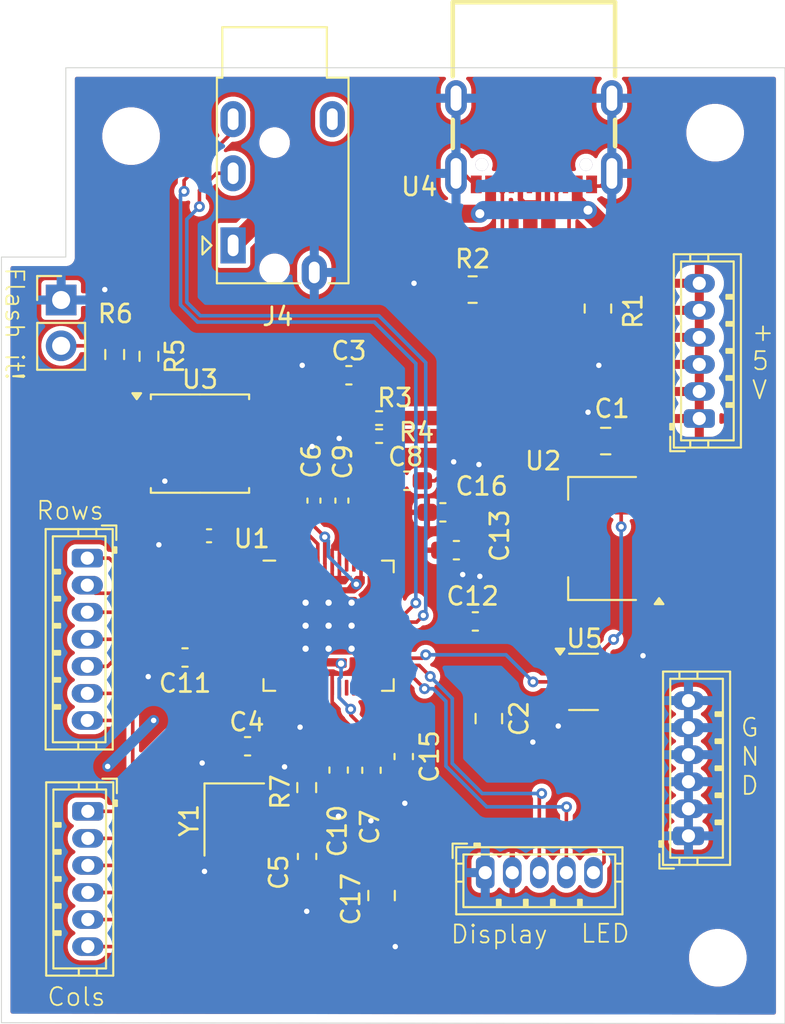
<source format=kicad_pcb>
(kicad_pcb (version 20241229) (generator "pcbnew") (generator_version "9.0")
  (layers (0 "F.Cu" signal) (2 "B.Cu" signal) (13 "F.Paste" user) (15 "B.Paste" user) (5 "F.SilkS" user "F.Silkscreen") (7 "B.SilkS" user "B.Silkscreen") (1 "F.Mask" user) (3 "B.Mask" user) (25 "Edge.Cuts" user))
  (net 0 "")
  (net 1 "GND")
  (net 2 "Net-(J5-Pin_5)")
  (net 4 "Net-(J5-Pin_2)")
  (net 6 "+3.3V")
  (net 9 "/QSPI_SS")
  (net 13 "Net-(J5-Pin_1)")
  (net 14 "/XIN")
  (net 15 "Net-(J5-Pin_7)")
  (net 17 "+1V1")
  (net 18 "/XOUT")
  (net 20 "Net-(J5-Pin_3)")
  (net 22 "Net-(U1-USB_DP)")
  (net 23 "/QSPI_SD2")
  (net 24 "Net-(U1-USB_DM)")
  (net 25 "/QSPI_SCLK")
  (net 26 "/QSPI_SD3")
  (net 28 "/QSPI_SD1")
  (net 30 "/QSPI_SD0")
  (net 31 "Net-(J5-Pin_6)")
  (net 32 "Net-(J5-Pin_4)")
  (net 33 "Net-(J6-Pin_5)")
  (net 35 "+5V")
  (net 36 "Net-(J6-Pin_2)")
  (net 37 "Net-(J6-Pin_3)")
  (net 38 "Net-(J6-Pin_6)")
  (net 39 "Net-(J6-Pin_4)")
  (net 40 "Net-(J6-Pin_1)")
  (net 41 "/USB_D -")
  (net 42 "/USB_D +")
  (net 43 "Net-(C5-Pad2)")
  (net 44 "Net-(J3-Pin_2)")
  (net 45 "Net-(U4-CC1)")
  (net 46 "Net-(U4-CC2)")
  (net 50 "Net-(Display1+LED1-Pin_4)")
  (net 51 "Net-(U1-GPIO24)")
  (net 52 "Net-(U1-GPIO25)")
  (net 54 "Net-(U1-GPIO20)")
  (net 56 "Net-(Display1+LED1-Pin_3)")
  (net 57 "Net-(Display1+LED1-Pin_5)")
  (footprint "Connector_JST:JST_ZH_B5B-ZR_1x05_P1.50mm_Vertical" (layer "F.Cu") (at 216.75 106.83)
    (property "Reference" "Display1+LED1" (hide yes))
    (property "Value" "Display+LED" (hide yes))
  )
  (footprint "global-test:USB-C-SMD_918-318K2023S40000" (layer "F.Cu") (at 219.45 66.2775 180)
    (property "Reference" "U4")
    (property "Value" "918-318K2023S40000" (hide yes))
  )
  (footprint "Capacitor_SMD:C_0805_2012Metric_Pad1.18x1.45mm_HandSolder" (layer "F.Cu") (at 216.95 98.2875 -90)
    (property "Reference" "C2")
    (property "Value" "10u" (hide yes))
  )
  (footprint "Connector_JST:JST_ZH_B6B-ZR_1x06_P1.50mm_Vertical" (layer "F.Cu") (at 194.71 103.43 -90)
    (property "Reference" "J6" (hide yes))
    (property "Value" "Col" (hide yes))
  )
  (footprint "Resistor_SMD:R_0402_1005Metric_Pad0.72x0.64mm_HandSolder" (layer "F.Cu") (at 210.864298 81.625 180)
    (property "Reference" "R3")
    (property "Value" "27.4" (hide yes))
  )
  (footprint "Resistor_SMD:R_0603_1608Metric_Pad0.98x0.95mm_HandSolder" (layer "F.Cu") (at 206.85 102.1125 90)
    (property "Reference" "R7")
    (property "Value" "1k" (hide yes))
  )
  (footprint "Connector_Audio:Jack_3.5mm_PJ320E_Horizontal" (layer "F.Cu") (at 202.7675 72.05)
    (property "Reference" "J4")
    (property "Value" "AudioJack4" (hide yes))
  )
  (footprint "Capacitor_SMD:C_0402_1005Metric_Pad0.74x0.62mm_HandSolder" (layer "F.Cu") (at 201.4325 88.15 180)
    (property "Reference" "C14" (hide yes))
    (property "Value" "100n" (hide yes))
  )
  (footprint "Capacitor_SMD:C_0603_1608Metric_Pad1.08x0.95mm_HandSolder" (layer "F.Cu") (at 209.1875 79.25 180)
    (property "Reference" "C3")
    (property "Value" "100n" (hide yes))
  )
  (footprint "Capacitor_SMD:C_0402_1005Metric_Pad0.74x0.62mm_HandSolder" (layer "F.Cu") (at 207.25 86.2 90)
    (property "Reference" "C6")
    (property "Value" "100n" (hide yes))
  )
  (footprint "Capacitor_SMD:C_0805_2012Metric_Pad1.18x1.45mm_HandSolder" (layer "F.Cu") (at 211 108.1 -90)
    (property "Reference" "C17")
    (property "Value" "10u" (hide yes))
  )
  (footprint "Resistor_SMD:R_0805_2012Metric_Pad1.20x1.40mm_HandSolder" (layer "F.Cu") (at 216.05 74.5)
    (property "Reference" "R2")
    (property "Value" "5.1k" (hide yes))
  )
  (footprint "Capacitor_SMD:C_0603_1608Metric_Pad1.08x0.95mm_HandSolder" (layer "F.Cu") (at 210.44 101.1525 -90)
    (property "Reference" "C7")
    (property "Value" "100n" (hide yes))
  )
  (footprint "rp2040:RP2040-QFN-56" (layer "F.Cu") (at 208.0625 93.1375)
    (property "Reference" "U1")
    (property "Value" "RP2040" (hide yes))
  )
  (footprint "Package_TO_SOT_SMD:SOT-23-5" (layer "F.Cu") (at 222.2 96.25)
    (property "Reference" "U5")
    (property "Value" "SN74LV1T34DBV" (hide yes))
  )
  (footprint "Capacitor_SMD:C_0603_1608Metric_Pad1.08x0.95mm_HandSolder" (layer "F.Cu") (at 216.2 92.9)
    (property "Reference" "C12")
    (property "Value" "100n" (hide yes))
  )
  (footprint "Capacitor_SMD:C_0603_1608Metric_Pad1.08x0.95mm_HandSolder" (layer "F.Cu") (at 212.4 85.1)
    (property "Reference" "C8")
    (property "Value" "1u" (hide yes))
  )
  (footprint "Connector_PinHeader_2.54mm:PinHeader_1x02_P2.54mm_Vertical" (layer "F.Cu") (at 193.23 75.0775)
    (property "Reference" "J3" (hide yes))
    (property "Value" "Conn_01x02" (hide yes))
  )
  (footprint "Resistor_SMD:R_0805_2012Metric_Pad1.20x1.40mm_HandSolder" (layer "F.Cu") (at 223 75.55 -90)
    (property "Reference" "R1")
    (property "Value" "5.1k" (hide yes))
  )
  (footprint "Package_SO:SOIC-8_5.23x5.23mm_P1.27mm" (layer "F.Cu") (at 200.93 83.04)
    (property "Reference" "U3")
    (property "Value" "W25Q128JVS" (hide yes))
  )
  (footprint "Capacitor_SMD:C_0603_1608Metric_Pad1.08x0.95mm_HandSolder" (layer "F.Cu") (at 215.15 88.95)
    (property "Reference" "C13")
    (property "Value" "100n" (hide yes))
  )
  (footprint "Connector_JST:JST_ZH_B6B-ZR_1x06_P1.50mm_Vertical" (layer "F.Cu") (at 228.62 81.65 90)
    (property "Reference" "J8" (hide yes))
    (property "Value" "+5V" (hide yes))
  )
  (footprint "Crystal:Crystal_SMD_3225-4Pin_3.2x2.5mm" (layer "F.Cu") (at 202.83 103.8825 -90)
    (property "Reference" "Y1")
    (property "Value" "Crystal_GND24" (hide yes))
  )
  (footprint "Connector_JST:JST_ZH_B6B-ZR_1x06_P1.50mm_Vertical" (layer "F.Cu") (at 228.02 104.79 90)
    (property "Reference" "J7" (hide yes))
    (property "Value" "GND" (hide yes))
  )
  (footprint "Resistor_SMD:R_0603_1608Metric_Pad0.98x0.95mm_HandSolder" (layer "F.Cu") (at 198.1 78.2 -90)
    (property "Reference" "R5")
    (property "Value" "10k" (hide yes))
  )
  (footprint "MountingHole:MountingHole_2.7mm_M2.5" (layer "F.Cu") (at 229.65 111.55)
    (property "Reference" "H3" (hide yes))
    (property "Value" "MountingHole" (hide yes))
  )
  (footprint "Capacitor_SMD:C_0603_1608Metric_Pad1.08x0.95mm_HandSolder" (layer "F.Cu") (at 200.1 94.9 180)
    (property "Reference" "C11")
    (property "Value" "100n" (hide yes))
  )
  (footprint "Connector_JST:JST_ZH_B7B-ZR_1x07_P1.50mm_Vertical" (layer "F.Cu") (at 194.68 89.39 -90)
    (property "Reference" "J5" (hide yes))
    (property "Value" "Row" (hide yes))
  )
  (footprint "Capacitor_SMD:C_0603_1608Metric_Pad1.08x0.95mm_HandSolder" (layer "F.Cu") (at 208.62 101.1425 -90)
    (property "Reference" "C10")
    (property "Value" "100n" (hide yes))
  )
  (footprint "Capacitor_SMD:C_0603_1608Metric_Pad1.08x0.95mm_HandSolder" (layer "F.Cu") (at 203.57 99.8225 180)
    (property "Reference" "C4")
    (property "Value" "15p" (hide yes))
  )
  (footprint "Capacitor_SMD:C_0603_1608Metric_Pad1.08x0.95mm_HandSolder" (layer "F.Cu") (at 212.23 100.3925 -90)
    (property "Reference" "C15")
    (property "Value" "100n" (hide yes))
  )
  (footprint "Capacitor_SMD:C_0603_1608Metric_Pad1.08x0.95mm_HandSolder" (layer "F.Cu") (at 214.4 86.85)
    (property "Reference" "C16")
    (property "Value" "1u" (hide yes))
  )
  (footprint "Capacitor_SMD:C_0805_2012Metric_Pad1.18x1.45mm_HandSolder" (layer "F.Cu") (at 223.43 82.9 180)
    (property "Reference" "C1")
    (property "Value" "10u" (hide yes))
  )
  (footprint "MountingHole:MountingHole_2.7mm_M2.5" (layer "F.Cu") (at 197.11 65.99)
    (property "Reference" "H1" (hide yes))
    (property "Value" "MountingHole" (hide yes))
  )
  (footprint "Resistor_SMD:R_0603_1608Metric_Pad0.98x0.95mm_HandSolder" (layer "F.Cu") (at 196.2 78.1 -90)
    (property "Reference" "R6")
    (property "Value" "1k" (hide yes))
  )
  (footprint "Capacitor_SMD:C_0603_1608Metric_Pad1.08x0.95mm_HandSolder" (layer "F.Cu") (at 206.87 105.9325 90)
    (property "Reference" "C5")
    (property "Value" "15p" (hide yes))
  )
  (footprint "Capacitor_SMD:C_0402_1005Metric_Pad0.74x0.62mm_HandSolder" (layer "F.Cu") (at 208.8 86.2 90)
    (property "Reference" "C9")
    (property "Value" "100n" (hide yes))
  )
  (footprint "Package_TO_SOT_SMD:SOT-223-3_TabPin2" (layer "F.Cu") (at 223.26 88.3 180)
    (property "Reference" "U2")
    (property "Value" "AMS1117-3.3" (hide yes))
  )
  (footprint "Resistor_SMD:R_0402_1005Metric_Pad0.72x0.64mm_HandSolder" (layer "F.Cu") (at 210.864298 82.625 180)
    (property "Reference" "R4")
    (property "Value" "27.4" (hide yes))
  )
  (footprint "MountingHole:MountingHole_2.7mm_M2.5" (layer "F.Cu") (at 229.5 65.8)
    (property "Reference" "H2" (hide yes))
    (property "Value" "MountingHole" (hide yes))
  )
  (gr_line (start 233.370744 115.2) (end 189.920744 115.15) (stroke (width 0.05)) (layer "Edge.Cuts"))
  (gr_line (start 193.490133 72.69494) (end 189.920744 72.69494) (stroke (width 0.05)) (layer "Edge.Cuts"))
  (gr_line (start 193.490133 62.2) (end 193.490133 72.69494) (stroke (width 0.05)) (layer "Edge.Cuts"))
  (gr_line (start 233.370744 62.2) (end 233.370744 115.2) (stroke (width 0.05)) (layer "Edge.Cuts"))
  (gr_line (start 189.920744 72.69494) (end 189.920744 115.15) (stroke (width 0.05)) (layer "Edge.Cuts"))
  (gr_line (start 193.490133 62.2) (end 233.370744 62.2) (stroke (width 0.05)) (layer "Edge.Cuts"))
  (gr_text "Flash it!" (at 190.06 73.1875 -90) (layer "F.SilkS") (effects (font (size 1 1) (thickness 0.1)) (justify left bottom)))
  (gr_text "LED" (at 221.98 110.79 0) (layer "F.SilkS") (effects (font (size 1 1) (thickness 0.1)) (justify left bottom)))
  (gr_text "Cols" (at 192.39 114.3 0) (layer "F.SilkS") (effects (font (size 1 1) (thickness 0.1)) (justify left bottom)))
  (gr_text "+\n5\nV" (at 231.47 80.65 0) (layer "F.SilkS") (effects (font (size 1 1) (thickness 0.1)) (justify left bottom)))
  (gr_text "G\nN\nD" (at 230.85 102.59 0) (layer "F.SilkS") (effects (font (size 1 1) (thickness 0.1)) (justify left bottom)))
  (gr_text "Rows" (at 191.78 87.34 0) (layer "F.SilkS") (effects (font (size 1 1) (thickness 0.1)) (justify left bottom)))
  (gr_text "Display" (at 214.77 110.83 0) (layer "F.SilkS") (effects (font (size 1 1) (thickness 0.1)) (justify left bottom)))
  (segment (start 219.125 99.325) (end 219.39 99.59) (width 0.2) (layer "F.Cu") (net 1))
  (segment (start 222.65 68.76) (end 223.16 68.76) (width 0.2) (layer "F.Cu") (net 1))
  (segment (start 223.05 78.65) (end 223 78.6) (width 0.2) (layer "F.Cu") (net 1))
  (segment (start 197.505 85.12) (end 197.33 84.945) (width 0.2) (layer "F.Cu") (net 1))
  (segment (start 216.4 84.2) (end 215.2625 85.3375) (width 0.2) (layer "F.Cu") (net 1))
  (segment (start 199.12 94.9) (end 198.06 95.96) (width 0.2) (layer "F.Cu") (net 1))
  (segment (start 204.99 102.7825) (end 203.68 102.7825) (width 0.2) (layer "F.Cu") (net 1))
  (segment (start 223.16 68.76) (end 223.77 68.15) (width 0.2) (layer "F.Cu") (net 1))
  (segment (start 207.25 83.55) (end 207.25 85.6325) (width 0.2) (layer "F.Cu") (net 1))
  (segment (start 207.0625 98.13386) (end 207.0625 96.575) (width 0.2) (layer "F.Cu") (net 1))
  (segment (start 222.3925 82.9) (end 222.3925 81.3575) (width 0.2) (layer "F.Cu") (net 1))
  (segment (start 208.325 79.25) (end 207.15 79.25) (width 0.2) (layer "F.Cu") (net 1))
  (segment (start 221.0625 97.2) (end 221.0625 98.4375) (width 0.2) (layer "F.Cu") (net 1))
  (segment (start 195.65 74.5) (end 195.0925 75.0575) (width 0.2) (layer "F.Cu") (net 1))
  (segment (start 215.64 68.15) (end 216.25 68.76) (width 0.2) (layer "F.Cu") (net 1))
  (segment (start 211 110.17) (end 211 109.1375) (width 0.2) (layer "F.Cu") (net 1))
  (segment (start 210.44 103.9225) (end 210.44 102.015) (width 0.2) (layer "F.Cu") (net 1))
  (segment (start 213.95 85.1) (end 215 84.05) (width 0.2) (layer "F.Cu") (net 1))
  (segment (start 211.76 110.93) (end 211 110.17) (width 0.2) (layer "F.Cu") (net 1))
  (segment (start 193.25 75.0575) (end 193.23 75.0775) (width 0.2) (layer "F.Cu") (net 1))
  (segment (start 213.2625 85.1) (end 213.95 85.1) (width 0.2) (layer "F.Cu") (net 1))
  (segment (start 212.23 101.255) (end 212.23 102.9225) (width 0.2) (layer "F.Cu") (net 1))
  (segment (start 201.18 106.76) (end 201.98 105.96) (width 0.2) (layer "F.Cu") (net 1))
  (segment (start 201.98 105.96) (end 201.98 104.9825) (width 0.2) (layer "F.Cu") (net 1))
  (segment (start 208.895 101.73) (end 208.91 101.73) (width 0.2) (layer "F.Cu") (net 1))
  (segment (start 199.15 88.15) (end 200.865 88.15) (width 0.2) (layer "F.Cu") (net 1))
  (segment (start 212.8 74.15) (end 213.05 74.4) (width 0.2) (layer "F.Cu") (net 1))
  (segment (start 208.65 82.75) (end 208.8 82.9) (width 0.2) (layer "F.Cu") (net 1))
  (segment (start 216.0125 89.7875) (end 215.5 90.3) (width 0.2) (layer "F.Cu") (net 1))
  (segment (start 206.87 108.9525) (end 206.85 108.9725) (width 0.2) (layer "F.Cu") (net 1))
  (segment (start 221.0625 98.4375) (end 220.8 98.7) (width 0.2) (layer "F.Cu") (net 1))
  (segment (start 201.05125 100.75125) (end 201.98 99.8225) (width 0.2) (layer "F.Cu") (net 1))
  (segment (start 206.87 106.795) (end 206.87 108.9525) (width 0.2) (layer "F.Cu") (net 1))
  (segment (start 198.65 88.65) (end 199.15 88.15) (width 0.2) (layer "F.Cu") (net 1))
  (segment (start 215.2625 85.3375) (end 215.2625 86.85) (width 0.2) (layer "F.Cu") (net 1))
  (segment (start 201.98 99.8225) (end 202.7075 99.8225) (width 0.2) (layer "F.Cu") (net 1))
  (segment (start 217.0625 91.0125) (end 217.0625 92.9) (width 0.2) (layer "F.Cu") (net 1))
  (segment (start 216.45 90.4) (end 217.0625 91.0125) (width 0.2) (layer "F.Cu") (net 1))
  (segment (start 207.15 83.2) (end 207.25 83.55) (width 0.2) (layer "F.Cu") (net 1))
  (segment (start 206.48136 98.7625) (end 207.0725 98.17136) (width 0.2) (layer "F.Cu") (net 1))
  (segment (start 210.41 103.9525) (end 210.44 103.9225) (width 0.2) (layer "F.Cu") (net 1))
  (segment (start 216.0125 88.95) (end 216.0125 89.7875) (width 0.2) (layer "F.Cu") (net 1))
  (segment (start 214.95 74.4) (end 215.05 74.5) (width 0.2) (layer "F.Cu") (net 1))
  (segment (start 222.3925 81.3575) (end 222.45 81.3) (width 0.2) (layer "F.Cu") (net 1))
  (segment (start 208.62 102.005) (end 208.895 101.73) (width 0.2) (layer "F.Cu") (net 1))
  (segment (start 205.62 100.9625) (end 205.62 102.1525) (width 0.2) (layer "F.Cu") (net 1))
  (segment (start 215.13 68.15) (end 215.64 68.15) (width 0.2) (layer "F.Cu") (net 1))
  (segment (start 223.05 78.7) (end 223.05 78.65) (width 0.2) (layer "F.Cu") (net 1))
  (segment (start 208.8 82.9) (end 208.8 85.6325) (width 0.2) (layer "F.Cu") (net 1))
  (segment (start 216.95 99.325) (end 219.125 99.325) (width 0.2) (layer "F.Cu") (net 1))
  (segment (start 223 78.6) (end 223 76.55) (width 0.2) (layer "F.Cu") (net 1))
  (segment (start 208.62 102.005) (end 208.62 103.6925) (width 0.2) (layer "F.Cu") (net 1))
  (segment (start 213.05 74.4) (end 214.95 74.4) (width 0.2) (layer "F.Cu") (net 1))
  (segment (start 195.0925 75.0575) (end 193.25 75.0575) (width 0.2) (layer "F.Cu") (net 1))
  (segment (start 198.98 85.12) (end 197.505 85.12) (width 0.2) (layer "F.Cu") (net 1))
  (segment (start 199.2375 94.9) (end 199.12 94.9) (width 0.2) (layer "F.Cu") (net 1))
  (segment (start 208.62 103.6925) (end 208.61 103.7025) (width 0.2) (layer "F.Cu") (net 1))
  (segment (start 212.23 102.9225) (end 212.29 102.9825) (width 0.2) (layer "F.Cu") (net 1))
  (segment (start 205.62 102.1525) (end 204.99 102.7825) (width 0.2) (layer "F.Cu") (net 1))
  (segment (start 207.15 79.25) (end 206.6 78.7) (width 0.2) (layer "F.Cu") (net 1))
  (segment (start 226.41 90.6) (end 226.41 93.89) (width 0.2) (layer "F.Cu") (net 1))
  (segment (start 226.41 93.89) (end 225.5 94.8) (width 0.2) (layer "F.Cu") (net 1))
  (via (at 223.05 78.7) (size 0.6) (drill 0.3) (layers "F.Cu" "B.Cu") (net 1))
  (via (at 220.8 98.7) (size 0.6) (drill 0.3) (layers "F.Cu" "B.Cu") (net 1))
  (via (at 212.8 74.15) (size 0.6) (drill 0.3) (layers "F.Cu" "B.Cu") (net 1))
  (via (at 206.6 78.7) (size 0.6) (drill 0.3) (layers "F.Cu" "B.Cu") (net 1))
  (via (at 210.41 103.9525) (size 0.6) (drill 0.3) (layers "F.Cu" "B.Cu") (net 1))
  (via (at 216.45 90.4) (size 0.6) (drill 0.3) (layers "F.Cu" "B.Cu") (net 1))
  (via (at 212.29 102.9825) (size 0.6) (drill 0.3) (layers "F.Cu" "B.Cu") (net 1))
  (via (at 216.4 84.2) (size 0.6) (drill 0.3) (layers "F.Cu" "B.Cu") (net 1))
  (via (at 225.5 94.8) (size 0.6) (drill 0.3) (layers "F.Cu" "B.Cu") (net 1))
  (via (at 208.61 103.7025) (size 0.6) (drill 0.3) (layers "F.Cu" "B.Cu") (net 1))
  (via (at 222.45 81.3) (size 0.6) (drill 0.3) (layers "F.Cu" "B.Cu") (net 1))
  (via (at 205.62 100.9625) (size 0.6) (drill 0.3) (layers "F.Cu" "B.Cu") (net 1))
  (via (at 207.15 83.2) (size 0.6) (drill 0.3) (layers "F.Cu" "B.Cu") (net 1))
  (via (at 206.48136 98.7625) (size 0.6) (drill 0.3) (layers "F.Cu" "B.Cu") (net 1))
  (via (at 201.05125 100.75125) (size 0.6) (drill 0.3) (layers "F.Cu" "B.Cu") (net 1))
  (via (at 208.65 82.75) (size 0.6) (drill 0.3) (layers "F.Cu" "B.Cu") (net 1))
  (via (at 219.39 99.59) (size 0.6) (drill 0.3) (layers "F.Cu" "B.Cu") (net 1))
  (via (at 195.65 74.5) (size 0.6) (drill 0.3) (layers "F.Cu" "B.Cu") (net 1))
  (via (at 198.98 85.12) (size 0.6) (drill 0.3) (layers "F.Cu" "B.Cu") (net 1))
  (via (at 215 84.05) (size 0.6) (drill 0.3) (layers "F.Cu" "B.Cu") (net 1))
  (via (at 201.18 106.76) (size 0.6) (drill 0.3) (layers "F.Cu" "B.Cu") (net 1))
  (via (at 215.5 90.3) (size 0.6) (drill 0.3) (layers "F.Cu" "B.Cu") (net 1))
  (via (at 198.06 95.96) (size 0.6) (drill 0.3) (layers "F.Cu" "B.Cu") (net 1))
  (via (at 211.76 110.93) (size 0.6) (drill 0.3) (layers "F.Cu" "B.Cu") (net 1))
  (via (at 198.65 88.65) (size 0.6) (drill 0.3) (layers "F.Cu" "B.Cu") (net 1))
  (via (at 206.85 108.9725) (size 0.6) (drill 0.3) (layers "F.Cu" "B.Cu") (net 1))
  (segment (start 204.625 92.5375) (end 198.657576 92.5375) (width 0.2) (layer "F.Cu") (net 2))
  (segment (start 195.805076 95.39) (end 194.68 95.39) (width 0.2) (layer "F.Cu") (net 2))
  (segment (start 198.657576 92.5375) (end 195.805076 95.39) (width 0.2) (layer "F.Cu") (net 2))
  (segment (start 204.625 91.3375) (end 195.1275 91.3375) (width 0.2) (layer "F.Cu") (net 4))
  (segment (start 195.1275 91.3375) (end 194.68 90.89) (width 0.2) (layer "F.Cu") (net 4))
  (segment (start 205.425 94.1375) (end 205.4375 94.125) (width 0.2) (layer "F.Cu") (net 6))
  (segment (start 211.5 94.1375) (end 212.6875 94.1375) (width 0.2) (layer "F.Cu") (net 6))
  (segment (start 210.539574 94.139574) (end 210.797824 94.139574) (width 0.2) (layer "F.Cu") (net 6))
  (segment (start 211.5 94.1375) (end 210.5375 94.1375) (width 0.2) (layer "F.Cu") (net 6))
  (segment (start 205.56543 90.5375) (end 205.566357 90.536573) (width 0.2) (layer "F.Cu") (net 6))
  (segment (start 208.2625 89.7) (end 208.2625 90.575) (width 0.2) (layer "F.Cu") (net 6))
  (segment (start 208.2625 96.575) (end 208.2625 95.85) (width 0.2) (layer "F.Cu") (net 6))
  (segment (start 208.2625 98.815) (end 208.62 99.1725) (width 0.2) (layer "F.Cu") (net 6))
  (segment (start 208.62 99.1725) (end 208.62 100.28) (width 0.2) (layer "F.Cu") (net 6))
  (segment (start 208.6625 90.570001) (end 208.644063 90.588438) (width 0.2) (layer "F.Cu") (net 6))
  (segment (start 204.625 94.1375) (end 203.1 94.1375) (width 0.2) (layer "F.Cu") (net 6))
  (segment (start 212.6875 94.1375) (end 212.685426 94.139574) (width 0.2) (layer "F.Cu") (net 6))
  (segment (start 208.6625 88.534314) (end 208.6625 89.7) (width 0.2) (layer "F.Cu") (net 6))
  (segment (start 212.685426 94.139574) (end 212.3795 94.139574) (width 0.2) (layer "F.Cu") (net 6))
  (segment (start 210.5375 94.1375) (end 210.539574 94.139574) (width 0.2) (layer "F.Cu") (net 6))
  (segment (start 208.6625 89.7) (end 208.6625 90.570001) (width 0.2) (layer "F.Cu") (net 6))
  (segment (start 211.16 88.485) (end 211.35 88.485) (width 0.2) (layer "F.Cu") (net 6))
  (segment (start 208.2625 89.7) (end 208.2625 88.934314) (width 0.2) (layer "F.Cu") (net 6))
  (segment (start 208.2625 96.575) (end 208.2625 98.815) (width 0.2) (layer "F.Cu") (net 6))
  (segment (start 208.2625 95.85) (end 208.1625 95.75) (width 0.2) (layer "F.Cu") (net 6))
  (segment (start 204.625 94.1375) (end 205.425 94.1375) (width 0.2) (layer "F.Cu") (net 6))
  (segment (start 208.6625 86.905) (end 208.8 86.7675) (width 0.2) (layer "F.Cu") (net 6))
  (segment (start 204.625 90.5375) (end 205.56543 90.5375) (width 0.2) (layer "F.Cu") (net 6))
  (segment (start 203.945331 90.5375) (end 203.9431 90.539731) (width 0.2) (layer "F.Cu") (net 6))
  (segment (start 204.625 90.5375) (end 203.945331 90.5375) (width 0.2) (layer "F.Cu") (net 6))
  (segment (start 210.2625 89.3825) (end 211.16 88.485) (width 0.2) (layer "F.Cu") (net 6))
  (segment (start 210.2625 89.7) (end 210.2625 89.3825) (width 0.2) (layer "F.Cu") (net 6))
  (segment (start 208.2625 88.934314) (end 208.6625 88.534314) (width 0.2) (layer "F.Cu") (net 6))
  (segment (start 208.6625 88.534314) (end 208.6625 86.905) (width 0.2) (layer "F.Cu") (net 6))
  (via (at 198.36 98.39) (size 0.6) (drill 0.3) (layers "F.Cu" "B.Cu") (net 6))
  (via (at 195.81 100.94) (size 0.6) (drill 0.3) (layers "F.Cu" "B.Cu") (net 6))
  (segment (start 195.81 100.94) (end 198.36 98.39) (width 0.6) (layer "B.Cu") (net 6))
  (segment (start 205.4625 89.7) (end 205.4625 89.080876) (width 0.2) (layer "F.Cu") (net 9))
  (segment (start 196.2 79.85) (end 196.2 79.0125) (width 0.2) (layer "F.Cu") (net 9))
  (segment (start 195.75 81.15) (end 197.315 81.15) (width 0.2) (layer "F.Cu") (net 9))
  (segment (start 197.315 81.15) (end 197.33 81.135) (width 0.2) (layer "F.Cu") (net 9))
  (segment (start 198 79.0125) (end 198.1 79.1125) (width 0.2) (layer "F.Cu") (net 9))
  (segment (start 195.75 80.3) (end 196.2 79.85) (width 0.2) (layer "F.Cu") (net 9))
  (segment (start 203.131624 86.75) (end 196.005025 86.75) (width 0.2) (layer "F.Cu") (net 9))
  (segment (start 196.005025 86.75) (end 195.35 86.094975) (width 0.2) (layer "F.Cu") (net 9))
  (segment (start 195.35 81.55) (end 195.75 81.15) (width 0.2) (layer "F.Cu") (net 9))
  (segment (start 196.2 79.0125) (end 198 79.0125) (width 0.2) (layer "F.Cu") (net 9))
  (segment (start 195.35 86.094975) (end 195.35 81.55) (width 0.2) (layer "F.Cu") (net 9))
  (segment (start 205.4625 89.080876) (end 203.131624 86.75) (width 0.2) (layer "F.Cu") (net 9))
  (segment (start 195.75 81.15) (end 195.75 80.3) (width 0.2) (layer "F.Cu") (net 9))
  (segment (start 195.89 89.39) (end 194.68 89.39) (width 0.2) (layer "F.Cu") (net 13))
  (segment (start 197.4375 90.9375) (end 195.89 89.39) (width 0.2) (layer "F.Cu") (net 13))
  (segment (start 204.625 90.9375) (end 197.4375 90.9375) (width 0.2) (layer "F.Cu") (net 13))
  (segment (start 201.98 102.275) (end 201.98 102.7825) (width 0.2) (layer "F.Cu") (net 14))
  (segment (start 206.334314 99.8225) (end 204.4325 99.8225) (width 0.2) (layer "F.Cu") (net 14))
  (segment (start 207.4725 96.6125) (end 207.4725 98.684314) (width 0.2) (layer "F.Cu") (net 14))
  (segment (start 204.4325 99.8225) (end 201.98 102.275) (width 0.2) (layer "F.Cu") (net 14))
  (segment (start 207.4725 98.684314) (end 206.334314 99.8225) (width 0.2) (layer "F.Cu") (net 14))
  (segment (start 204.625 93.3375) (end 198.847525 93.3375) (width 0.2) (layer "F.Cu") (net 15))
  (segment (start 196.84 97.7) (end 196.15 98.39) (width 0.2) (layer "F.Cu") (net 15))
  (segment (start 198.847525 93.3375) (end 196.84 95.345025) (width 0.2) (layer "F.Cu") (net 15))
  (segment (start 196.15 98.39) (end 194.68 98.39) (width 0.2) (layer "F.Cu") (net 15))
  (segment (start 196.84 95.345025) (end 196.84 97.7) (width 0.2) (layer "F.Cu") (net 15))
  (segment (start 207.25 87.615686) (end 207.85 88.215686) (width 0.2) (layer "F.Cu") (net 17))
  (segment (start 210.44 100.29) (end 210.44 99.2425) (width 0.2) (layer "F.Cu") (net 17))
  (segment (start 208.6625 97.1375) (end 208.6625 96.575) (width 0.2) (layer "F.Cu") (net 17))
  (segment (start 207.85 89.6875) (end 207.8625 89.7) (width 0.2) (layer "F.Cu") (net 17))
  (segment (start 209.8625 89.7) (end 209.8625 89.23685) (width 0.2) (layer "F.Cu") (net 17))
  (segment (start 209.8625 89.7) (end 209.8625 89.16614) (width 0.2) (layer "F.Cu") (net 17))
  (segment (start 207.25 86.7675) (end 207.25 87.615686) (width 0.2) (layer "F.Cu") (net 17))
  (segment (start 209.2875 97.7625) (end 208.6625 97.1375) (width 0.2) (layer "F.Cu") (net 17))
  (segment (start 209.8625 89.23685) (end 211.5375 87.56185) (width 0.2) (layer "F.Cu") (net 17))
  (segment (start 211.5375 87.56185) (end 211.5375 85.1) (width 0.2) (layer "F.Cu") (net 17))
  (segment (start 210.44 99.2425) (end 209.2975 98.1) (width 0.2) (layer "F.Cu") (net 17))
  (segment (start 207.85 88.215686) (end 207.85 89.6875) (width 0.2) (layer "F.Cu") (net 17))
  (segment (start 209.2875 98.0625) (end 209.2875 97.7625) (width 0.2) (layer "F.Cu") (net 17))
  (segment (start 209.8625 90.567095) (end 209.864326 90.568921) (width 0.2) (layer "F.Cu") (net 17))
  (segment (start 209.8625 89.7) (end 209.8625 90.567095) (width 0.2) (layer "F.Cu") (net 17))
  (via (at 207.85 88.215686) (size 0.6) (drill 0.3) (layers "F.Cu" "B.Cu") (net 17))
  (via (at 209.2875 97.7625) (size 0.6) (drill 0.3) (layers "F.Cu" "B.Cu") (net 17))
  (via (at 208.75529 95.2375) (size 0.6) (drill 0.35) (layers "F.Cu" "B.Cu") (net 17))
  (via (at 209.6 90.8375) (size 0.6) (drill 0.3) (layers "F.Cu" "B.Cu") (net 17))
  (segment (start 209.6 90.8375) (end 208.05 89.2875) (width 0.2) (layer "B.Cu") (net 17))
  (segment (start 208.75529 95.2375) (end 208.75529 95.96971) (width 0.2) (layer "B.Cu") (net 17))
  (segment (start 208.65 96.075) (end 208.65 97.125) (width 0.2) (layer "B.Cu") (net 17))
  (segment (start 208.05 89.2875) (end 208.05 88.428045) (width 0.2) (layer "B.Cu") (net 17))
  (segment (start 208.65 97.125) (end 209.2875 97.7625) (width 0.2) (layer "B.Cu") (net 17))
  (segment (start 208.05 88.428045) (end 207.837641 88.215686) (width 0.2) (layer "B.Cu") (net 17))
  (segment (start 208.75529 95.96971) (end 208.65 96.075) (width 0.2) (layer "B.Cu") (net 17))
  (segment (start 206.85 99.82) (end 206.85 101.2) (width 0.2) (layer "F.Cu") (net 18))
  (segment (start 207.8725 96.6125) (end 207.8725 98.7975) (width 0.2) (layer "F.Cu") (net 18))
  (segment (start 206.85 101.2) (end 206.86 101.19) (width 0.2) (layer "F.Cu") (net 18))
  (segment (start 207.8725 98.7975) (end 206.85 99.82) (width 0.2) (layer "F.Cu") (net 18))
  (segment (start 197.815128 92.39) (end 194.68 92.39) (width 0.2) (layer "F.Cu") (net 20))
  (segment (start 198.467628 91.7375) (end 197.815128 92.39) (width 0.2) (layer "F.Cu") (net 20))
  (segment (start 204.625 91.7375) (end 198.467628 91.7375) (width 0.2) (layer "F.Cu") (net 20))
  (segment (start 209.659298 82.2325) (end 209.659298 88.103202) (width 0.2) (layer "F.Cu") (net 22))
  (segment (start 210.266798 81.625) (end 209.659298 82.2325) (width 0.2) (layer "F.Cu") (net 22))
  (segment (start 209.659298 88.103202) (end 209.0625 88.7) (width 0.2) (layer "F.Cu") (net 22))
  (segment (start 209.0625 88.7) (end 209.0625 89.7) (width 0.2) (layer "F.Cu") (net 22))
  (segment (start 203.421573 86.05) (end 206.2625 88.890927) (width 0.2) (layer "F.Cu") (net 23))
  (segment (start 206.2625 88.890927) (end 206.2625 89.7) (width 0.2) (layer "F.Cu") (net 23))
  (segment (start 197.33 83.675) (end 198.975 83.675) (width 0.2) (layer "F.Cu") (net 23))
  (segment (start 198.975 83.675) (end 201.35 86.05) (width 0.2) (layer "F.Cu") (net 23))
  (segment (start 201.35 86.05) (end 203.421573 86.05) (width 0.2) (layer "F.Cu") (net 23))
  (segment (start 209.4625 89.7) (end 209.4625 88.865686) (width 0.2) (layer "F.Cu") (net 24))
  (segment (start 210.266798 82.625) (end 210.266798 88.061388) (width 0.2) (layer "F.Cu") (net 24))
  (segment (start 210.266798 88.061388) (end 209.4625 88.865686) (width 0.2) (layer "F.Cu") (net 24))
  (segment (start 207.0625 88.700979) (end 206.1 87.738479) (width 0.2) (layer "F.Cu") (net 25))
  (segment (start 206.1 84.1) (end 205.675 83.675) (width 0.2) (layer "F.Cu") (net 25))
  (segment (start 206.1 87.738479) (end 206.1 84.1) (width 0.2) (layer "F.Cu") (net 25))
  (segment (start 207.0625 89.7) (end 207.0625 88.700979) (width 0.2) (layer "F.Cu") (net 25))
  (segment (start 205.675 83.675) (end 204.53 83.675) (width 0.2) (layer "F.Cu") (net 25))
  (segment (start 207.4625 89.7) (end 207.4625 88.606004) (width 0.2) (layer "F.Cu") (net 26))
  (segment (start 206.45 83.25) (end 205.605 82.405) (width 0.2) (layer "F.Cu") (net 26))
  (segment (start 207.4625 88.606004) (end 206.45 87.593504) (width 0.2) (layer "F.Cu") (net 26))
  (segment (start 205.605 82.405) (end 204.53 82.405) (width 0.2) (layer "F.Cu") (net 26))
  (segment (start 206.45 87.593504) (end 206.45 83.25) (width 0.2) (layer "F.Cu") (net 26))
  (segment (start 195.7 82.7) (end 195.995 82.405) (width 0.2) (layer "F.Cu") (net 28))
  (segment (start 203.276598 86.4) (end 196.15 86.4) (width 0.2) (layer "F.Cu") (net 28))
  (segment (start 205.8625 88.985902) (end 203.276598 86.4) (width 0.2) (layer "F.Cu") (net 28))
  (segment (start 205.8625 89.7) (end 205.8625 88.985902) (width 0.2) (layer "F.Cu") (net 28))
  (segment (start 195.7 85.95) (end 195.7 82.7) (width 0.2) (layer "F.Cu") (net 28))
  (segment (start 195.995 82.405) (end 197.33 82.405) (width 0.2) (layer "F.Cu") (net 28))
  (segment (start 196.15 86.4) (end 195.7 85.95) (width 0.2) (layer "F.Cu") (net 28))
  (segment (start 205.955025 88.088479) (end 205.75 87.883454) (width 0.2) (layer "F.Cu") (net 30))
  (segment (start 205.75 85.25) (end 205.445 84.945) (width 0.2) (layer "F.Cu") (net 30))
  (segment (start 205.75 87.883454) (end 205.75 85.25) (width 0.2) (layer "F.Cu") (net 30))
  (segment (start 205.445 84.945) (end 204.53 84.945) (width 0.2) (layer "F.Cu") (net 30))
  (segment (start 206.6625 89.7) (end 206.6625 88.795953) (width 0.2) (layer "F.Cu") (net 30))
  (segment (start 206.6625 88.795953) (end 205.955025 88.088479) (width 0.2) (layer "F.Cu") (net 30))
  (segment (start 204.625 92.9375) (end 198.75255 92.9375) (width 0.2) (layer "F.Cu") (net 31))
  (segment (start 196.49 95.20005) (end 196.49 96.5) (width 0.2) (layer "F.Cu") (net 31))
  (segment (start 196.49 96.5) (end 196.1 96.89) (width 0.2) (layer "F.Cu") (net 31))
  (segment (start 198.75255 92.9375) (end 196.49 95.20005) (width 0.2) (layer "F.Cu") (net 31))
  (segment (start 196.1 96.89) (end 194.68 96.89) (width 0.2) (layer "F.Cu") (net 31))
  (segment (start 198.562602 92.1375) (end 196.810102 93.89) (width 0.2) (layer "F.Cu") (net 32))
  (segment (start 196.810102 93.89) (end 194.68 93.89) (width 0.2) (layer "F.Cu") (net 32))
  (segment (start 204.625 92.1375) (end 198.562602 92.1375) (width 0.2) (layer "F.Cu") (net 32))
  (segment (start 204.625 95.7375) (end 204.256823 95.7375) (width 0.2) (layer "F.Cu") (net 33))
  (segment (start 198.6 101.394323) (end 198.6 107.72) (width 0.2) (layer "F.Cu") (net 33))
  (segment (start 196.89 109.43) (end 194.71 109.43) (width 0.2) (layer "F.Cu") (net 33))
  (segment (start 198.6 107.72) (end 196.89 109.43) (width 0.2) (layer "F.Cu") (net 33))
  (segment (start 204.256824 95.7375) (end 204.625 95.7375) (width 0.2) (layer "F.Cu") (net 33))
  (segment (start 204.256823 95.7375) (end 198.6 101.394323) (width 0.2) (layer "F.Cu") (net 33))
  (segment (start 224.29 86.74) (end 224.4 86.63) (width 0.2) (layer "F.Cu") (net 35))
  (segment (start 224.29 87.65) (end 224.29 86.74) (width 0.2) (layer "F.Cu") (net 35))
  (segment (start 222.45 70.0925) (end 221.85 69.4925) (width 0.6) (layer "F.Cu") (net 35))
  (segment (start 223.3375 95.3) (end 223.3375 94.4325) (width 0.2) (layer "F.Cu") (net 35))
  (segment (start 226.3 75.05) (end 226.3 73.9425) (width 1) (layer "F.Cu") (net 35))
  (segment (start 217.05 69.6925) (end 217.05 68.76) (width 0.6) (layer "F.Cu") (net 35))
  (segment (start 204.525 70.2925) (end 202.7675 72.05) (width 1) (layer "F.Cu") (net 35))
  (segment (start 216.45 70.2925) (end 217.05 69.6925) (width 0.6) (layer "F.Cu") (net 35))
  (segment (start 226.3 73.9425) (end 222.45 70.0925) (width 1) (layer "F.Cu") (net 35))
  (segment (start 216.45 70.2925) (end 204.525 70.2925) (width 1) (layer "F.Cu") (net 35))
  (segment (start 223.3375 94.4325) (end 223.87 93.9) (width 0.2) (layer "F.Cu") (net 35))
  (segment (start 221.85 69.4925) (end 221.85 68.76) (width 0.6) (layer "F.Cu") (net 35))
  (via (at 222.45 70.0925) (size 0.9) (drill 0.5) (layers "F.Cu" "B.Cu") (net 35))
  (via (at 223.87 93.9) (size 0.6) (drill 0.3) (layers "F.Cu" "B.Cu") (net 35))
  (via (at 224.29 87.65) (size 0.6) (drill 0.3) (layers "F.Cu" "B.Cu") (net 35))
  (via (at 216.45 70.2925) (size 0.9) (drill 0.5) (layers "F.Cu" "B.Cu") (net 35))
  (segment (start 224.29 93.48) (end 224.29 87.65) (width 0.2) (layer "B.Cu") (net 35))
  (segment (start 222.45 70.0925) (end 216.65 70.0925) (width 1) (layer "B.Cu") (net 35))
  (segment (start 216.65 70.0925) (end 216.45 70.2925) (width 1) (layer "B.Cu") (net 35))
  (segment (start 223.87 93.9) (end 224.29 93.48) (width 0.2) (layer "B.Cu") (net 35))
  (segment (start 204.625 94.5375) (end 203.8125 94.5375) (width 0.2) (layer "F.Cu") (net 36))
  (segment (start 203.8125 94.5375) (end 197.55 100.8) (width 0.2) (layer "F.Cu") (net 36))
  (segment (start 196.64 104.93) (end 194.71 104.93) (width 0.2) (layer "F.Cu") (net 36))
  (segment (start 197.55 100.8) (end 197.55 104.02) (width 0.2) (layer "F.Cu") (net 36))
  (segment (start 197.55 104.02) (end 196.64 104.93) (width 0.2) (layer "F.Cu") (net 36))
  (segment (start 203.9625 94.9375) (end 197.9 101) (width 0.2) (layer "F.Cu") (net 37))
  (segment (start 197.9 105.21) (end 196.68 106.43) (width 0.2) (layer "F.Cu") (net 37))
  (segment (start 204.625 94.9375) (end 203.9625 94.9375) (width 0.2) (layer "F.Cu") (net 37))
  (segment (start 196.68 106.43) (end 194.71 106.43) (width 0.2) (layer "F.Cu") (net 37))
  (segment (start 197.9 101) (end 197.9 105.21) (width 0.2) (layer "F.Cu") (net 37))
  (segment (start 198.95 101.539296) (end 198.95 108.71) (width 0.2) (layer "F.Cu") (net 38))
  (segment (start 201.319648 99.169648) (end 198.95 101.539296) (width 0.2) (layer "F.Cu") (net 38))
  (segment (start 198.95 108.71) (end 196.73 110.93) (width 0.2) (layer "F.Cu") (net 38))
  (segment (start 203.914297 96.575) (end 201.319648 99.169648) (width 0.2) (layer "F.Cu") (net 38))
  (segment (start 196.73 110.93) (end 194.71 110.93) (width 0.2) (layer "F.Cu") (net 38))
  (segment (start 205.4625 96.575) (end 203.914297 96.575) (width 0.2) (layer "F.Cu") (net 38))
  (segment (start 196.79 107.93) (end 194.71 107.93) (width 0.2) (layer "F.Cu") (net 39))
  (segment (start 204.161849 95.3375) (end 198.455025 101.044323) (width 0.2) (layer "F.Cu") (net 39))
  (segment (start 198.25 101.249348) (end 198.25 106.47) (width 0.2) (layer "F.Cu") (net 39))
  (segment (start 198.455025 101.044323) (end 198.25 101.249348) (width 0.2) (layer "F.Cu") (net 39))
  (segment (start 204.625 95.3375) (end 204.161849 95.3375) (width 0.2) (layer "F.Cu") (net 39))
  (segment (start 198.25 106.47) (end 196.79 107.93) (width 0.2) (layer "F.Cu") (net 39))
  (segment (start 197.2 95.48) (end 197.2 102.63) (width 0.2) (layer "F.Cu") (net 40))
  (segment (start 196.4 103.43) (end 194.71 103.43) (width 0.2) (layer "F.Cu") (net 40))
  (segment (start 204.625 93.7375) (end 198.9425 93.7375) (width 0.2) (layer "F.Cu") (net 40))
  (segment (start 197.2 102.63) (end 196.4 103.43) (width 0.2) (layer "F.Cu") (net 40))
  (segment (start 198.9425 93.7375) (end 197.2 95.48) (width 0.2) (layer "F.Cu") (net 40))
  (segment (start 220 67.7925) (end 220.2 67.9925) (width 0.3) (layer "F.Cu") (net 41))
  (segment (start 211.461798 82.625) (end 216.288526 82.625) (width 0.8) (layer "F.Cu") (net 41))
  (segment (start 216.288526 82.625) (end 220.25 78.663526) (width 0.8) (layer "F.Cu") (net 41))
  (segment (start 220.2 68.76) (end 220.2 70.1425) (width 0.3) (layer "F.Cu") (net 41))
  (segment (start 219.2 67.9925) (end 219.4 67.7925) (width 0.3) (layer "F.Cu") (net 41))
  (segment (start 211.461798 82.625) (end 211.827824 82.625) (width 0.8) (layer "F.Cu") (net 41))
  (segment (start 219.4 67.7925) (end 220 67.7925) (width 0.3) (layer "F.Cu") (net 41))
  (segment (start 220.25 78.663526) (end 220.25 70.1925) (width 0.8) (layer "F.Cu") (net 41))
  (segment (start 219.2 68.76) (end 219.2 67.9925) (width 0.3) (layer "F.Cu") (net 41))
  (segment (start 220.2 70.1425) (end 220.25 70.1925) (width 0.3) (layer "F.Cu") (net 41))
  (segment (start 220.2 67.9925) (end 220.2 68.76) (width 0.3) (layer "F.Cu") (net 41))
  (segment (start 218.7 69.5) (end 218.7 68.76) (width 0.3) (layer "F.Cu") (net 42))
  (segment (start 215.9225 81.625) (end 219.25 78.2975) (width 0.8) (layer "F.Cu") (net 42))
  (segment (start 211.461798 81.625) (end 215.9225 81.625) (width 0.8) (layer "F.Cu") (net 42))
  (segment (start 219.25 78.2975) (end 219.25 70.1925) (width 0.8) (layer "F.Cu") (net 42))
  (segment (start 219.65 69.6925) (end 218.8925 69.6925) (width 0.3) (layer "F.Cu") (net 42))
  (segment (start 219.25 70.0925) (end 219.25 70.1925) (width 0.3) (layer "F.Cu") (net 42))
  (segment (start 219.7 68.76) (end 219.7 69.6425) (width 0.3) (layer "F.Cu") (net 42))
  (segment (start 218.8925 69.6925) (end 218.7 69.5) (width 0.3) (layer "F.Cu") (net 42))
  (segment (start 219.7 69.6425) (end 219.25 70.0925) (width 0.3) (layer "F.Cu") (net 42))
  (segment (start 219.7 69.6425) (end 219.65 69.6925) (width 0.3) (layer "F.Cu") (net 42))
  (segment (start 206.85 105.05) (end 206.87 105.07) (width 0.2) (layer "F.Cu") (net 43))
  (segment (start 203.68 104.9825) (end 206.7825 104.9825) (width 0.2) (layer "F.Cu") (net 43))
  (segment (start 206.85 103.025) (end 206.85 105.05) (width 0.2) (layer "F.Cu") (net 43))
  (segment (start 206.7825 104.9825) (end 206.87 105.07) (width 0.2) (layer "F.Cu") (net 43))
  (segment (start 193.23 77.6175) (end 195.77 77.6175) (width 0.2) (layer "F.Cu") (net 44))
  (segment (start 195.77 77.6175) (end 196.2 77.1875) (width 0.2) (layer "F.Cu") (net 44))
  (segment (start 221.4 71.35) (end 223 72.95) (width 0.2) (layer "F.Cu") (net 45))
  (segment (start 220.7 69.723261) (end 221.4 70.423261) (width 0.2) (layer "F.Cu") (net 45))
  (segment (start 220.7 68.76) (end 220.7 69.723261) (width 0.2) (layer "F.Cu") (net 45))
  (segment (start 223 72.95) (end 223 74.55) (width 0.2) (layer "F.Cu") (net 45))
  (segment (start 221.4 70.423261) (end 221.4 71.35) (width 0.2) (layer "F.Cu") (net 45))
  (segment (start 217.7 68.6675) (end 217.7 71.7) (width 0.2) (layer "F.Cu") (net 46))
  (segment (start 217.7 71.7) (end 217.05 72.35) (width 0.2) (layer "F.Cu") (net 46))
  (segment (start 217.05 72.35) (end 217.05 74.5) (width 0.2) (layer "F.Cu") (net 46))
  (segment (start 213.382835 96.629639) (end 212.490696 95.7375) (width 0.2) (layer "F.Cu") (net 50))
  (segment (start 221.25 103.19) (end 221.25 106.83) (width 0.2) (layer "F.Cu") (net 50))
  (segment (start 221.26 103.18) (end 221.25 103.19) (width 0.2) (layer "F.Cu") (net 50))
  (segment (start 212.490696 95.7375) (end 211.5 95.7375) (width 0.2) (layer "F.Cu") (net 50))
  (via (at 213.382835 96.629639) (size 0.6) (drill 0.3) (layers "F.Cu" "B.Cu") (net 50))
  (via (at 221.26 103.18) (size 0.6) (drill 0.3) (layers "F.Cu" "B.Cu") (net 50))
  (segment (start 214.57 97.33) (end 214.57 100.92) (width 0.2) (layer "B.Cu") (net 50))
  (segment (start 213.869639 96.629639) (end 214.57 97.33) (width 0.2) (layer "B.Cu") (net 50))
  (segment (start 214.57 100.92) (end 216.83 103.18) (width 0.2) (layer "B.Cu") (net 50))
  (segment (start 213.382835 96.629639) (end 213.869639 96.629639) (width 0.2) (layer "B.Cu") (net 50))
  (segment (start 216.83 103.18) (end 221.26 103.18) (width 0.2) (layer "B.Cu") (net 50))
  (segment (start 212.946903 92.9375) (end 211.5 92.9375) (width 0.2) (layer "F.Cu") (net 51))
  (segment (start 213.317202 92.567201) (end 213.317202 92.567202) (width 0.2) (layer "F.Cu") (net 51))
  (segment (start 213.317201 92.567202) (end 212.946903 92.9375) (width 0.2) (layer "F.Cu") (net 51))
  (segment (start 200.9 69) (end 201.85 68.05) (width 0.2) (layer "F.Cu") (net 51))
  (segment (start 200.9 69.9) (end 200.9 69) (width 0.2) (layer "F.Cu") (net 51))
  (segment (start 201.85 68.05) (end 202.7675 68.05) (width 0.2) (layer "F.Cu") (net 51))
  (segment (start 213.343761 92.540642) (end 213.317202 92.567201) (width 0.2) (layer "F.Cu") (net 51))
  (segment (start 213.317202 92.567202) (end 213.317201 92.567202) (width 0.2) (layer "F.Cu") (net 51))
  (via (at 200.9 69.9) (size 0.6) (drill 0.3) (layers "F.Cu" "B.Cu") (net 51))
  (via (at 213.317202 92.567202) (size 0.6) (drill 0.3) (layers "F.Cu" "B.Cu") (net 51))
  (segment (start 213.45 78.55) (end 213.45 92.434404) (width 0.2) (layer "B.Cu") (net 51))
  (segment (start 200.2 75.2) (end 200.95 75.95) (width 0.2) (layer "B.Cu") (net 51))
  (segment (start 213.45 92.434404) (end 213.317202 92.567202) (width 0.2) (layer "B.Cu") (net 51))
  (segment (start 210.85 75.95) (end 213.45 78.55) (width 0.2) (layer "B.Cu") (net 51))
  (segment (start 200.9 69.9) (end 200.2 70.6) (width 0.2) (layer "B.Cu") (net 51))
  (segment (start 200.2 70.6) (end 200.2 75.2) (width 0.2) (layer "B.Cu") (net 51))
  (segment (start 200.95 75.95) (end 210.85 75.95) (width 0.2) (layer "B.Cu") (net 51))
  (segment (start 202.7675 65.7325) (end 202.7675 65.05) (width 0.2) (layer "F.Cu") (net 52))
  (segment (start 200.05 68.45) (end 202.7675 65.7325) (width 0.2) (layer "F.Cu") (net 52))
  (segment (start 212.2375 92.5375) (end 211.5 92.5375) (width 0.2) (layer "F.Cu") (net 52))
  (segment (start 212.9 91.875) (end 212.2375 92.5375) (width 0.2) (layer "F.Cu") (net 52))
  (segment (start 200.05 69.05) (end 200.05 68.45) (width 0.2) (layer "F.Cu") (net 52))
  (via (at 200.05 69.05) (size 0.6) (drill 0.3) (layers "F.Cu" "B.Cu") (net 52))
  (via (at 212.9 91.875) (size 0.6) (drill 0.3) (layers "F.Cu" "B.Cu") (net 52))
  (segment (start 200.05 69.05) (end 199.85 69.25) (width 0.2) (layer "B.Cu") (net 52))
  (segment (start 212.9 78.6) (end 212.9 91.875) (width 0.2) (layer "B.Cu") (net 52))
  (segment (start 199.85 75.35) (end 200.8 76.3) (width 0.2) (layer "B.Cu") (net 52))
  (segment (start 199.85 69.25) (end 199.85 75.35) (width 0.2) (layer "B.Cu") (net 52))
  (segment (start 210.6 76.3) (end 212.9 78.6) (width 0.2) (layer "B.Cu") (net 52))
  (segment (start 200.8 76.3) (end 210.6 76.3) (width 0.2) (layer "B.Cu") (net 52))
  (segment (start 221.0625 96.25) (end 219.4 96.25) (width 0.2) (layer "F.Cu") (net 54))
  (segment (start 211.5 94.9375) (end 213.2625 94.9375) (width 0.2) (layer "F.Cu") (net 54))
  (segment (start 213.2625 94.9375) (end 213.45 94.75) (width 0.2) (layer "F.Cu") (net 54))
  (via (at 213.45 94.75) (size 0.6) (drill 0.3) (layers "F.Cu" "B.Cu") (net 54))
  (via (at 219.4 96.25) (size 0.6) (drill 0.3) (layers "F.Cu" "B.Cu") (net 54))
  (segment (start 213.45 94.75) (end 217.9 94.75) (width 0.2) (layer "B.Cu") (net 54))
  (segment (start 217.9 94.75) (end 218.3 95.15) (width 0.2) (layer "B.Cu") (net 54))
  (segment (start 218.3 95.15) (end 219.4 96.25) (width 0.2) (layer "B.Cu") (net 54))
  (segment (start 219.75 102.57) (end 219.75 106.83) (width 0.2) (layer "F.Cu") (net 56))
  (segment (start 211.5 95.3375) (end 213.0875 95.3375) (width 0.2) (layer "F.Cu") (net 56))
  (segment (start 213.0875 95.3375) (end 213.7 95.95) (width 0.2) (layer "F.Cu") (net 56))
  (segment (start 219.88 102.44) (end 219.75 102.57) (width 0.2) (layer "F.Cu") (net 56))
  (via (at 213.7 95.95) (size 0.6) (drill 0.3) (layers "F.Cu" "B.Cu") (net 56))
  (via (at 219.88 102.44) (size 0.6) (drill 0.3) (layers "F.Cu" "B.Cu") (net 56))
  (segment (start 219.88 102.44) (end 216.584974 102.44) (width 0.2) (layer "B.Cu") (net 56))
  (segment (start 214.92 97.17) (end 213.7 95.95) (width 0.2) (layer "B.Cu") (net 56))
  (segment (start 216.584974 102.44) (end 214.92 100.775026) (width 0.2) (layer "B.Cu") (net 56))
  (segment (start 214.92 100.775026) (end 214.92 97.17) (width 0.2) (layer "B.Cu") (net 56))
  (segment (start 223.3375 97.2) (end 223.3375 106.2425) (width 0.2) (layer "F.Cu") (net 57))
  (segment (start 223.3375 106.2425) (end 222.75 106.83) (width 0.2) (layer "F.Cu") (net 57))
  (zone (net 6) (net_name "+3.3V") (layer "F.Cu") (connect_pads (clearance 0.25)) (min_thickness 0.2) (fill yes (thermal_gap 0.3) (thermal_bridge_width 0.3))
    (polygon (pts (xy 233.003724 62.520076) (xy 193.603724 62.470076) (xy 193.553724 72.970076) (xy 189.953724 72.920076) (xy 189.853724 115.170076) (xy 233.303724 115.120076)))
  )
  (zone (net 6) (net_name "+3.3V") (layer "F.Cu") (connect_pads yes (clearance 0.15)) (min_thickness 0.15) (fill yes (thermal_gap 0.5) (thermal_bridge_width 0.5))
    (polygon (pts (xy 205.2875 90.375) (xy 210.8375 90.375) (xy 210.832299 95.922647) (xy 205.282299 95.922647)))
  )
  (zone (net 17) (net_name "+1V1") (layer "F.Cu") (priority 1) (connect_pads yes (clearance 0.15)) (min_thickness 0.15) (fill yes (thermal_gap 0.5) (thermal_bridge_width 0.5))
    (polygon (pts (xy 209.090688 91.003693) (xy 209.5625 90.374028) (xy 210.069568 90.379202) (xy 210.070051 90.795899) (xy 209.849911 91.084082) (xy 209.517283 91.347926) (xy 206.285713 91.326653) (xy 206.274926 94.923292) (xy 209.07652 94.947856) (xy 209.067075 95.364583) (xy 209.0625 95.475) (xy 208.4625 95.475) (xy 208.4625 95.4) (xy 205.912094 95.399942) (xy 205.88014 90.997336)))
  )
  (zone (net 35) (net_name "+5V") (layer "F.Cu") (priority 5) (connect_pads (clearance 0.2)) (min_thickness 0.25) (fill yes (thermal_gap 0.5) (thermal_bridge_width 0.5))
    (polygon (pts (xy 223.83 81.59) (xy 223.86 86.97) (xy 230.16 86.98) (xy 230.15 71.76) (xy 227.71 71.75) (xy 227.06 72.27) (xy 225.57 74.2) (xy 225.66 81.62)))
  )
  (zone (net 1) (net_name "GND") (layer "B.Cu") (connect_pads (clearance 0.5)) (min_thickness 0.25) (fill yes (thermal_gap 0.5) (thermal_bridge_width 0.5))
    (polygon (pts (xy 233.042297 62.487997) (xy 193.599326 62.438846) (xy 193.542297 72.937997) (xy 189.949326 72.938846) (xy 189.842297 115.187997) (xy 233.149326 114.988846)))
  )
)
</source>
